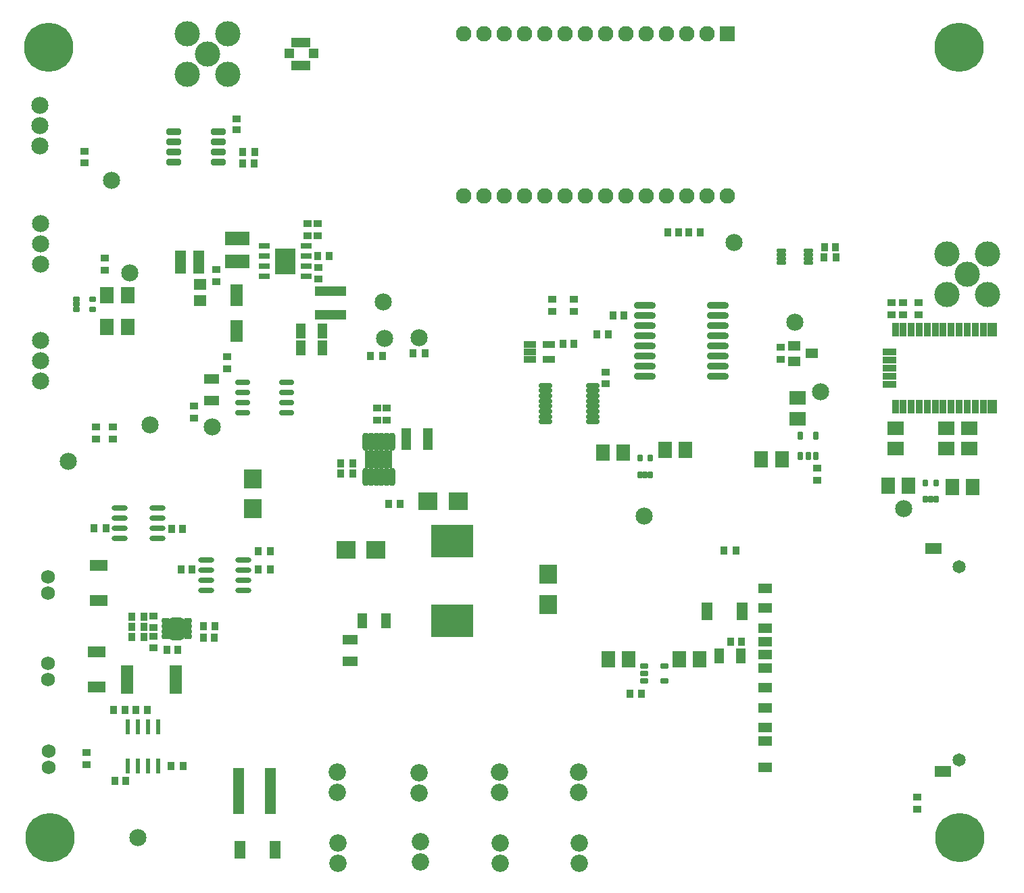
<source format=gts>
G04*
G04 #@! TF.GenerationSoftware,Altium Limited,Altium Designer,20.1.7 (139)*
G04*
G04 Layer_Color=8388736*
%FSLAX25Y25*%
%MOIN*%
G70*
G04*
G04 #@! TF.SameCoordinates,72195594-E7F7-4266-BDA2-BCA36E094617*
G04*
G04*
G04 #@! TF.FilePolarity,Negative*
G04*
G01*
G75*
%ADD28R,0.06400X0.10700*%
%ADD35R,0.08500X0.09200*%
%ADD54R,0.02100X0.07800*%
%ADD64R,0.09200X0.08500*%
%ADD68O,0.10836X0.03356*%
%ADD69R,0.06118X0.03756*%
%ADD70C,0.08474*%
%ADD71R,0.20876X0.16348*%
%ADD72O,0.07490X0.02962*%
%ADD73R,0.08868X0.05600*%
%ADD74R,0.05128X0.07687*%
G04:AMPARAMS|DCode=75|XSize=27.72mil|YSize=65.12mil|CornerRadius=6.95mil|HoleSize=0mil|Usage=FLASHONLY|Rotation=90.000|XOffset=0mil|YOffset=0mil|HoleType=Round|Shape=RoundedRectangle|*
%AMROUNDEDRECTD75*
21,1,0.02772,0.05122,0,0,90.0*
21,1,0.01382,0.06512,0,0,90.0*
1,1,0.01390,0.02561,0.00691*
1,1,0.01390,0.02561,-0.00691*
1,1,0.01390,-0.02561,-0.00691*
1,1,0.01390,-0.02561,0.00691*
%
%ADD75ROUNDEDRECTD75*%
%ADD76R,0.15167X0.04931*%
%ADD77O,0.03372X0.09080*%
%ADD78R,0.13214X0.08529*%
%ADD79R,0.03356X0.04143*%
%ADD80R,0.06112X0.04537*%
G04:AMPARAMS|DCode=81|XSize=27.81mil|YSize=39.62mil|CornerRadius=9.95mil|HoleSize=0mil|Usage=FLASHONLY|Rotation=90.000|XOffset=0mil|YOffset=0mil|HoleType=Round|Shape=RoundedRectangle|*
%AMROUNDEDRECTD81*
21,1,0.02781,0.01972,0,0,90.0*
21,1,0.00791,0.03962,0,0,90.0*
1,1,0.01990,0.00986,0.00396*
1,1,0.01990,0.00986,-0.00396*
1,1,0.01990,-0.00986,-0.00396*
1,1,0.01990,-0.00986,0.00396*
%
%ADD81ROUNDEDRECTD81*%
G04:AMPARAMS|DCode=82|XSize=80.96mil|YSize=110.49mil|CornerRadius=18.72mil|HoleSize=0mil|Usage=FLASHONLY|Rotation=0.000|XOffset=0mil|YOffset=0mil|HoleType=Round|Shape=RoundedRectangle|*
%AMROUNDEDRECTD82*
21,1,0.08096,0.07305,0,0,0.0*
21,1,0.04352,0.11049,0,0,0.0*
1,1,0.03744,0.02176,-0.03653*
1,1,0.03744,-0.02176,-0.03653*
1,1,0.03744,-0.02176,0.03653*
1,1,0.03744,0.02176,0.03653*
%
%ADD82ROUNDEDRECTD82*%
%ADD83R,0.05321X0.02565*%
%ADD84R,0.09849X0.12605*%
G04:AMPARAMS|DCode=85|XSize=21.81mil|YSize=49.37mil|CornerRadius=6.95mil|HoleSize=0mil|Usage=FLASHONLY|Rotation=90.000|XOffset=0mil|YOffset=0mil|HoleType=Round|Shape=RoundedRectangle|*
%AMROUNDEDRECTD85*
21,1,0.02181,0.03547,0,0,90.0*
21,1,0.00791,0.04937,0,0,90.0*
1,1,0.01390,0.01774,0.00396*
1,1,0.01390,0.01774,-0.00396*
1,1,0.01390,-0.01774,-0.00396*
1,1,0.01390,-0.01774,0.00396*
%
%ADD85ROUNDEDRECTD85*%
G04:AMPARAMS|DCode=86|XSize=25.75mil|YSize=35.59mil|CornerRadius=6.97mil|HoleSize=0mil|Usage=FLASHONLY|Rotation=90.000|XOffset=0mil|YOffset=0mil|HoleType=Round|Shape=RoundedRectangle|*
%AMROUNDEDRECTD86*
21,1,0.02575,0.02165,0,0,90.0*
21,1,0.01181,0.03559,0,0,90.0*
1,1,0.01394,0.01083,0.00591*
1,1,0.01394,0.01083,-0.00591*
1,1,0.01394,-0.01083,-0.00591*
1,1,0.01394,-0.01083,0.00591*
%
%ADD86ROUNDEDRECTD86*%
G04:AMPARAMS|DCode=87|XSize=27.65mil|YSize=37.5mil|CornerRadius=4.95mil|HoleSize=0mil|Usage=FLASHONLY|Rotation=90.000|XOffset=0mil|YOffset=0mil|HoleType=Round|Shape=RoundedRectangle|*
%AMROUNDEDRECTD87*
21,1,0.02765,0.02760,0,0,90.0*
21,1,0.01776,0.03750,0,0,90.0*
1,1,0.00990,0.01380,0.00888*
1,1,0.00990,0.01380,-0.00888*
1,1,0.00990,-0.01380,-0.00888*
1,1,0.00990,-0.01380,0.00888*
%
%ADD87ROUNDEDRECTD87*%
G04:AMPARAMS|DCode=88|XSize=31.59mil|YSize=70.96mil|CornerRadius=4.92mil|HoleSize=0mil|Usage=FLASHONLY|Rotation=90.000|XOffset=0mil|YOffset=0mil|HoleType=Round|Shape=RoundedRectangle|*
%AMROUNDEDRECTD88*
21,1,0.03159,0.06112,0,0,90.0*
21,1,0.02175,0.07096,0,0,90.0*
1,1,0.00984,0.03056,0.01088*
1,1,0.00984,0.03056,-0.01088*
1,1,0.00984,-0.03056,-0.01088*
1,1,0.00984,-0.03056,0.01088*
%
%ADD88ROUNDEDRECTD88*%
%ADD89O,0.07880X0.02762*%
%ADD90R,0.04537X0.06506*%
%ADD91R,0.03356X0.06506*%
%ADD92R,0.06506X0.03356*%
%ADD93R,0.04931X0.10836*%
%ADD94R,0.07293X0.04931*%
%ADD95R,0.09261X0.04734*%
%ADD96R,0.04537X0.04537*%
%ADD97R,0.05324X0.11624*%
%ADD98R,0.06506X0.04537*%
%ADD99R,0.08474X0.05324*%
%ADD100R,0.06112X0.13986*%
%ADD101R,0.05718X0.22647*%
%ADD102R,0.04143X0.03750*%
%ADD103R,0.12411X0.07096*%
%ADD104R,0.07096X0.07883*%
%ADD105R,0.06309X0.05718*%
%ADD106R,0.03750X0.04143*%
%ADD107R,0.07883X0.07096*%
%ADD108R,0.04931X0.07293*%
%ADD109R,0.04143X0.03356*%
%ADD110R,0.05600X0.08868*%
G04:AMPARAMS|DCode=111|XSize=27.65mil|YSize=37.5mil|CornerRadius=4.95mil|HoleSize=0mil|Usage=FLASHONLY|Rotation=180.000|XOffset=0mil|YOffset=0mil|HoleType=Round|Shape=RoundedRectangle|*
%AMROUNDEDRECTD111*
21,1,0.02765,0.02760,0,0,180.0*
21,1,0.01776,0.03750,0,0,180.0*
1,1,0.00990,-0.00888,0.01380*
1,1,0.00990,0.00888,0.01380*
1,1,0.00990,0.00888,-0.01380*
1,1,0.00990,-0.00888,-0.01380*
%
%ADD111ROUNDEDRECTD111*%
G04:AMPARAMS|DCode=112|XSize=25.75mil|YSize=35.59mil|CornerRadius=6.97mil|HoleSize=0mil|Usage=FLASHONLY|Rotation=180.000|XOffset=0mil|YOffset=0mil|HoleType=Round|Shape=RoundedRectangle|*
%AMROUNDEDRECTD112*
21,1,0.02575,0.02165,0,0,180.0*
21,1,0.01181,0.03559,0,0,180.0*
1,1,0.01394,-0.00591,0.01083*
1,1,0.01394,0.00591,0.01083*
1,1,0.01394,0.00591,-0.01083*
1,1,0.01394,-0.00591,-0.01083*
%
%ADD112ROUNDEDRECTD112*%
%ADD113C,0.07687*%
%ADD114R,0.07687X0.07687*%
%ADD115C,0.24222*%
%ADD116C,0.06899*%
%ADD117C,0.06506*%
%ADD118C,0.12411*%
%ADD119C,0.08600*%
D28*
X209500Y348300D02*
D03*
Y366000D02*
D03*
D35*
X217500Y260600D02*
D03*
Y275400D02*
D03*
X363189Y213466D02*
D03*
Y228266D02*
D03*
D54*
X170803Y153200D02*
D03*
X165803D02*
D03*
X160803D02*
D03*
X155803D02*
D03*
Y133800D02*
D03*
X160803D02*
D03*
X165803D02*
D03*
X170803D02*
D03*
D64*
X318900Y264500D02*
D03*
X304100D02*
D03*
X263645Y240500D02*
D03*
X278445D02*
D03*
D68*
X410890Y361000D02*
D03*
Y356000D02*
D03*
Y351000D02*
D03*
Y346000D02*
D03*
Y341000D02*
D03*
Y336000D02*
D03*
Y331000D02*
D03*
Y326000D02*
D03*
X447110Y361000D02*
D03*
Y356000D02*
D03*
Y351000D02*
D03*
Y346000D02*
D03*
Y341000D02*
D03*
Y336000D02*
D03*
Y331000D02*
D03*
Y326000D02*
D03*
D69*
X363724Y341740D02*
D03*
Y334260D02*
D03*
X354276D02*
D03*
Y338000D02*
D03*
Y341740D02*
D03*
D70*
X166929Y301969D02*
D03*
X485094Y352604D02*
D03*
X497753Y318504D02*
D03*
X538583Y260630D02*
D03*
X160803Y98425D02*
D03*
X455118Y392126D02*
D03*
X281890Y362598D02*
D03*
X197628Y301128D02*
D03*
X410480Y257087D02*
D03*
X148031Y422835D02*
D03*
X157087Y377165D02*
D03*
X126772Y284252D02*
D03*
X282598Y344715D02*
D03*
X299606Y344955D02*
D03*
X113000Y323815D02*
D03*
Y333815D02*
D03*
Y343815D02*
D03*
X112500Y459815D02*
D03*
Y449815D02*
D03*
Y439815D02*
D03*
X113000Y381315D02*
D03*
Y391315D02*
D03*
Y401315D02*
D03*
D71*
X315905Y244646D02*
D03*
Y205276D02*
D03*
D72*
X234405Y308000D02*
D03*
Y313000D02*
D03*
Y318000D02*
D03*
Y323000D02*
D03*
X212555Y308000D02*
D03*
Y313000D02*
D03*
Y318000D02*
D03*
Y323000D02*
D03*
D73*
X140565Y190053D02*
D03*
Y172730D02*
D03*
X141549Y232768D02*
D03*
Y215445D02*
D03*
D74*
X283150Y205354D02*
D03*
X271732D02*
D03*
D75*
X385236Y303642D02*
D03*
Y306201D02*
D03*
Y308760D02*
D03*
Y311319D02*
D03*
Y313878D02*
D03*
Y316437D02*
D03*
Y318996D02*
D03*
Y321555D02*
D03*
X362008Y303642D02*
D03*
Y306201D02*
D03*
Y308760D02*
D03*
Y311319D02*
D03*
Y313878D02*
D03*
Y316437D02*
D03*
Y318996D02*
D03*
Y321555D02*
D03*
D76*
X255835Y356563D02*
D03*
Y367980D02*
D03*
D77*
X286177Y293823D02*
D03*
X283618D02*
D03*
X281059D02*
D03*
X278500D02*
D03*
X275941D02*
D03*
X273382D02*
D03*
X286177Y276500D02*
D03*
X283618D02*
D03*
X281059D02*
D03*
X278500D02*
D03*
X275941D02*
D03*
X273382D02*
D03*
D78*
X279780Y285161D02*
D03*
D79*
X212559Y431143D02*
D03*
X218465D02*
D03*
X220276Y230906D02*
D03*
X226181D02*
D03*
X199087Y202638D02*
D03*
X193181D02*
D03*
X163953Y207500D02*
D03*
X158047D02*
D03*
X163953Y202500D02*
D03*
X158047D02*
D03*
X163953Y197500D02*
D03*
X158047D02*
D03*
X226181Y239764D02*
D03*
X220276D02*
D03*
X145320Y251068D02*
D03*
X139414D02*
D03*
X177350Y133800D02*
D03*
X183256D02*
D03*
X148850Y161500D02*
D03*
X154756D02*
D03*
X266953Y278000D02*
D03*
X261047D02*
D03*
X261047Y283000D02*
D03*
X266953D02*
D03*
X438453Y397000D02*
D03*
X432547D02*
D03*
X499409Y384764D02*
D03*
X505315D02*
D03*
X450047Y240000D02*
D03*
X455953D02*
D03*
X409453Y169500D02*
D03*
X403547D02*
D03*
X387205Y346850D02*
D03*
X393110D02*
D03*
X281551Y336215D02*
D03*
X275646D02*
D03*
X302559Y337286D02*
D03*
X296654D02*
D03*
X218531Y436614D02*
D03*
X212626D02*
D03*
D80*
X493413Y337316D02*
D03*
X484752Y333576D02*
D03*
Y341057D02*
D03*
D81*
X174488Y205339D02*
D03*
Y202780D02*
D03*
Y200220D02*
D03*
Y197661D02*
D03*
X185512D02*
D03*
Y200220D02*
D03*
Y202780D02*
D03*
Y205339D02*
D03*
D82*
X180000Y201500D02*
D03*
D83*
X243835Y375390D02*
D03*
Y380390D02*
D03*
Y385390D02*
D03*
Y390390D02*
D03*
X223165D02*
D03*
Y385390D02*
D03*
Y380390D02*
D03*
Y375390D02*
D03*
D84*
X233500Y382890D02*
D03*
D85*
X478307Y387953D02*
D03*
Y385984D02*
D03*
Y384016D02*
D03*
Y382047D02*
D03*
X491693Y387953D02*
D03*
Y385984D02*
D03*
Y384016D02*
D03*
Y382047D02*
D03*
D86*
X138583Y364173D02*
D03*
Y359055D02*
D03*
X130512D02*
D03*
Y361614D02*
D03*
Y364173D02*
D03*
D87*
X420520Y183240D02*
D03*
Y175760D02*
D03*
X410480D02*
D03*
Y179500D02*
D03*
Y183240D02*
D03*
D88*
X178525Y446673D02*
D03*
Y441673D02*
D03*
Y436673D02*
D03*
Y431673D02*
D03*
X200769Y446673D02*
D03*
Y441673D02*
D03*
Y436673D02*
D03*
Y431673D02*
D03*
D89*
X170584Y246068D02*
D03*
Y251068D02*
D03*
Y256068D02*
D03*
Y261068D02*
D03*
X152080D02*
D03*
Y256068D02*
D03*
Y251068D02*
D03*
Y246068D02*
D03*
X194508Y235405D02*
D03*
Y230405D02*
D03*
Y225406D02*
D03*
Y220406D02*
D03*
X213012D02*
D03*
Y225406D02*
D03*
Y230405D02*
D03*
Y235405D02*
D03*
D90*
X582339Y311205D02*
D03*
Y349000D02*
D03*
D91*
X577811Y311205D02*
D03*
X573874D02*
D03*
X569937D02*
D03*
X566000D02*
D03*
X562063D02*
D03*
X558126D02*
D03*
X554189D02*
D03*
X550252D02*
D03*
X546315D02*
D03*
X542378D02*
D03*
X538441D02*
D03*
X534504D02*
D03*
Y349000D02*
D03*
X538441D02*
D03*
X542378D02*
D03*
X546315D02*
D03*
X550252D02*
D03*
X554189D02*
D03*
X558126D02*
D03*
X562063D02*
D03*
X566000D02*
D03*
X569937D02*
D03*
X573874D02*
D03*
X577811D02*
D03*
D92*
X531551Y322228D02*
D03*
Y326165D02*
D03*
Y330102D02*
D03*
Y334039D02*
D03*
Y337976D02*
D03*
D93*
X303815Y295000D02*
D03*
X293185D02*
D03*
D94*
X197441Y324606D02*
D03*
Y313976D02*
D03*
X265681Y185525D02*
D03*
Y196154D02*
D03*
D95*
X241395Y479445D02*
D03*
Y490862D02*
D03*
D96*
X247694Y485350D02*
D03*
X235490D02*
D03*
D97*
X182000Y382500D02*
D03*
X191055D02*
D03*
D98*
X470421Y133004D02*
D03*
Y195130D02*
D03*
Y221508D02*
D03*
Y146193D02*
D03*
Y152886D02*
D03*
Y162453D02*
D03*
Y172296D02*
D03*
Y182138D02*
D03*
Y188634D02*
D03*
Y201823D02*
D03*
Y211666D02*
D03*
D99*
X553138Y241193D02*
D03*
X557862Y130957D02*
D03*
D100*
X155492Y176563D02*
D03*
X179508D02*
D03*
D101*
X226177Y121339D02*
D03*
X210784Y121378D02*
D03*
D102*
X391500Y327953D02*
D03*
Y322441D02*
D03*
X168500Y192248D02*
D03*
Y197760D02*
D03*
X168500Y202244D02*
D03*
Y207756D02*
D03*
X250000Y374244D02*
D03*
Y379756D02*
D03*
X209766Y453173D02*
D03*
Y447661D02*
D03*
D103*
X210000Y382890D02*
D03*
Y394110D02*
D03*
D104*
X155811Y366000D02*
D03*
X145772D02*
D03*
X562500Y271500D02*
D03*
X572539D02*
D03*
X541000Y272000D02*
D03*
X530961D02*
D03*
X478500Y285000D02*
D03*
X468461D02*
D03*
X428000Y186500D02*
D03*
X438039D02*
D03*
X403020D02*
D03*
X392980D02*
D03*
X421047Y289614D02*
D03*
X431087D02*
D03*
X400264Y288583D02*
D03*
X390224D02*
D03*
X155811Y350394D02*
D03*
X145772D02*
D03*
D105*
X191500Y363563D02*
D03*
Y371437D02*
D03*
D106*
X182283Y230906D02*
D03*
X187795D02*
D03*
X180756Y191000D02*
D03*
X175244D02*
D03*
X183020Y250853D02*
D03*
X177508D02*
D03*
X165559Y161500D02*
D03*
X160047D02*
D03*
X193228Y197244D02*
D03*
X198740D02*
D03*
X149547Y126500D02*
D03*
X155059D02*
D03*
X290256Y263000D02*
D03*
X284744D02*
D03*
X422244Y397000D02*
D03*
X427756D02*
D03*
X505118Y389764D02*
D03*
X499606D02*
D03*
X458756Y195000D02*
D03*
X453244D02*
D03*
X249744Y385500D02*
D03*
X255256D02*
D03*
X375984Y342126D02*
D03*
X370472D02*
D03*
X395244Y355953D02*
D03*
X400756D02*
D03*
D107*
X559500Y300500D02*
D03*
Y290461D02*
D03*
X571000Y300500D02*
D03*
Y290461D02*
D03*
X534500Y300520D02*
D03*
Y290480D02*
D03*
X486221Y305217D02*
D03*
Y315256D02*
D03*
D108*
X447685Y188000D02*
D03*
X458315D02*
D03*
X241185Y348500D02*
D03*
X251815D02*
D03*
X241185Y340000D02*
D03*
X251815D02*
D03*
D109*
X135500Y140354D02*
D03*
Y134449D02*
D03*
X134646Y431299D02*
D03*
Y437205D02*
D03*
X144488Y378362D02*
D03*
Y384268D02*
D03*
X140138Y295035D02*
D03*
Y300941D02*
D03*
X545276Y112402D02*
D03*
Y118307D02*
D03*
X283768Y310433D02*
D03*
Y304528D02*
D03*
X278807Y304528D02*
D03*
Y310433D02*
D03*
X546000Y356547D02*
D03*
Y362453D02*
D03*
X538441Y356547D02*
D03*
Y362453D02*
D03*
X532500Y356547D02*
D03*
Y362453D02*
D03*
X478083Y340269D02*
D03*
Y334364D02*
D03*
X496053Y280609D02*
D03*
Y274704D02*
D03*
X199606Y378744D02*
D03*
Y372839D02*
D03*
X244500Y401453D02*
D03*
Y395547D02*
D03*
X249500Y395547D02*
D03*
Y401453D02*
D03*
X205118Y329724D02*
D03*
Y335630D02*
D03*
X375870Y363929D02*
D03*
Y358024D02*
D03*
X365370Y363929D02*
D03*
Y358024D02*
D03*
X148626Y300941D02*
D03*
Y295035D02*
D03*
X188583Y305472D02*
D03*
Y311378D02*
D03*
D110*
X211228Y92378D02*
D03*
X228551D02*
D03*
X459000Y210000D02*
D03*
X441677D02*
D03*
D111*
X487760Y296768D02*
D03*
X495240D02*
D03*
Y286728D02*
D03*
X491500D02*
D03*
X487760D02*
D03*
D112*
X549441Y273435D02*
D03*
X554559D02*
D03*
Y265365D02*
D03*
X552000D02*
D03*
X549441D02*
D03*
X408488Y285650D02*
D03*
X413606D02*
D03*
Y277579D02*
D03*
X411047D02*
D03*
X408488D02*
D03*
D113*
X411500Y415000D02*
D03*
X421500D02*
D03*
X451500D02*
D03*
X441500D02*
D03*
X431500D02*
D03*
X401500D02*
D03*
X391500D02*
D03*
X381500D02*
D03*
X371500D02*
D03*
X361500D02*
D03*
X351500D02*
D03*
X341500D02*
D03*
X331500D02*
D03*
X321500D02*
D03*
Y495000D02*
D03*
X331500D02*
D03*
X341500D02*
D03*
X351500D02*
D03*
X361500D02*
D03*
X371500D02*
D03*
X381500D02*
D03*
X391500D02*
D03*
X401500D02*
D03*
X431500D02*
D03*
X441500D02*
D03*
X421500D02*
D03*
X411500D02*
D03*
D114*
X451500D02*
D03*
D115*
X566429Y98425D02*
D03*
X565929Y488500D02*
D03*
X117110D02*
D03*
X117610Y98425D02*
D03*
D116*
X117106Y133063D02*
D03*
Y140937D02*
D03*
X116606Y219063D02*
D03*
Y226937D02*
D03*
Y176563D02*
D03*
Y184437D02*
D03*
D117*
X566130Y232138D02*
D03*
Y136862D02*
D03*
D118*
X185189Y494957D02*
D03*
X205189D02*
D03*
X185189Y474957D02*
D03*
X205189D02*
D03*
X195189Y484957D02*
D03*
X559937Y386547D02*
D03*
X579937D02*
D03*
X559937Y366547D02*
D03*
X579937D02*
D03*
X569937Y376547D02*
D03*
D119*
X378783Y95878D02*
D03*
Y85878D02*
D03*
X259283Y130878D02*
D03*
Y120878D02*
D03*
X299783Y120378D02*
D03*
Y130378D02*
D03*
X339283Y130878D02*
D03*
Y120878D02*
D03*
X378284Y130878D02*
D03*
Y120878D02*
D03*
X259784Y95878D02*
D03*
Y85878D02*
D03*
X300284Y96378D02*
D03*
Y86378D02*
D03*
X339784Y95878D02*
D03*
Y85878D02*
D03*
M02*

</source>
